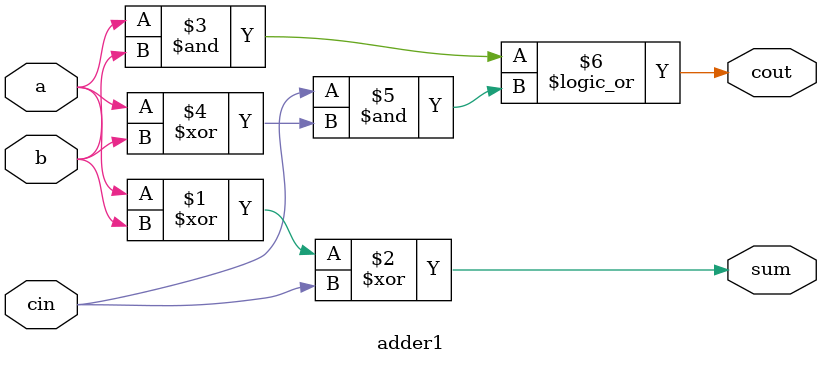
<source format=v>
module adderRTL(sum, cout, overf, zerof, a, b);
  output [31:0] sum;
  output cout;
  output overf, zerof;
  input [31:0] a, b;
  
  wire [31:0]temp;
  genvar i;
  
  for (i = 0; i < 32; i = i + 1)
  begin: adder
	if (i == 0)
		adder1 a0(sum[i], temp[i], a[i], b[i], 1'b0);
	else
		adder1 a1(sum[i], temp[i], a[i], b[i], temp[i - 1]);
  end

  assign cout = temp[31];
  assign overf = (temp[31] != temp[30]);
  assign zerof = !overf && (sum == 32'b0);

endmodule

module subtractorRTL(diff, bout, overf, zerof, a, b);
  output [31:0] diff;
  output bout;
  output overf, zerof;
  input [31:0] a, b;

  wire [31:0]temp;
  genvar i;
  
  for (i = 0; i < 32; i = i + 1)
  begin: subtractor
	if (i == 0)
		subtractor1 s0(diff[i], temp[i], a[i], b[i], 1'b0);
	else
		subtractor1 s1(diff[i], temp[i], a[i], b[i], temp[i - 1]);
  end

  assign bout = temp[31];
  assign overf = (temp[31] != temp[30]);
  assign zerof = !overf && (diff == 32'b0);
  
endmodule

module subtractor1(diff, bout, a, b, bin);
  output diff, bout;
  input a, b, bin;
  
  assign diff = a ^ b ^ bin;
  assign bout = (~a && b) || (~bin && (a ^ b));
endmodule

module adder1(sum, cout, a, b, cin);
	output sum, cout;
	input a, b, cin;
	
	assign sum = a ^ b ^ cin;
	assign cout = (a & b) || (cin & (a ^ b));
endmodule

</source>
